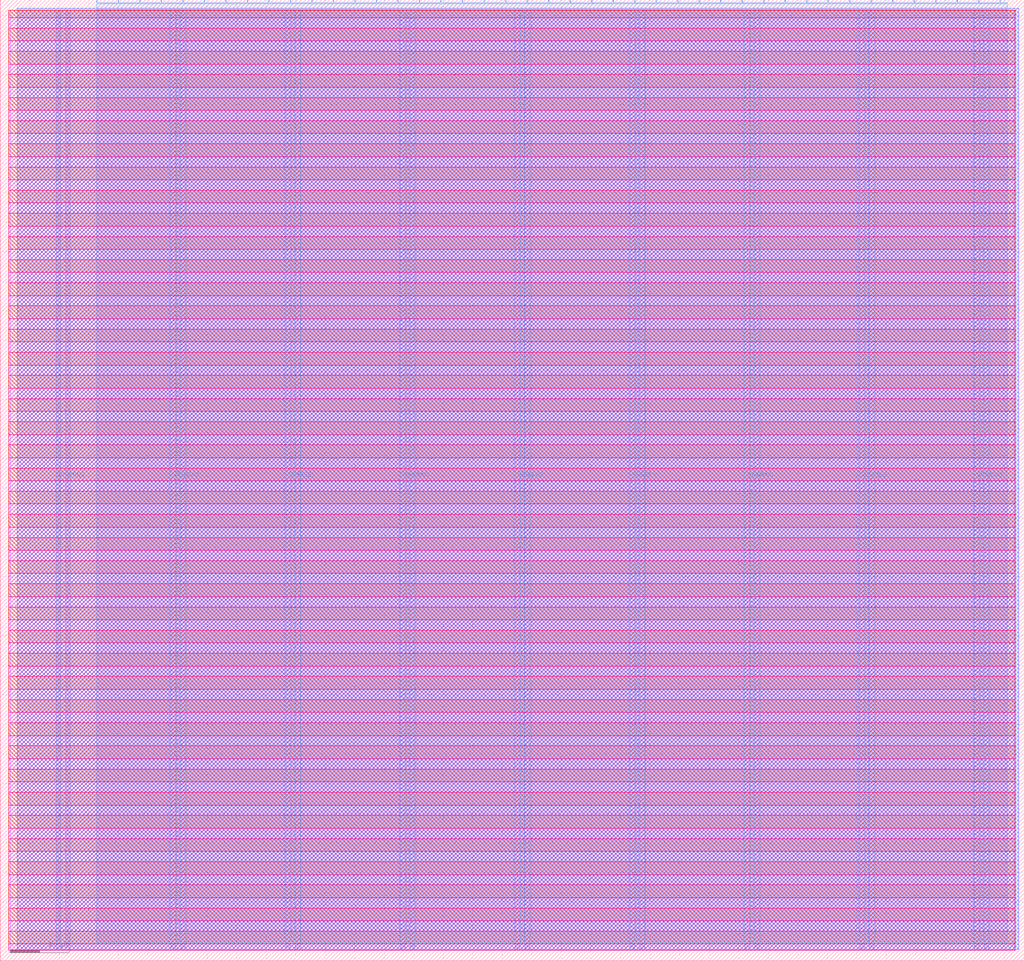
<source format=lef>
VERSION 5.7 ;
  NOWIREEXTENSIONATPIN ON ;
  DIVIDERCHAR "/" ;
  BUSBITCHARS "[]" ;
MACRO tt_um_a1k0n_nyancat
  CLASS BLOCK ;
  FOREIGN tt_um_a1k0n_nyancat ;
  ORIGIN 0.000 0.000 ;
  SIZE 346.640 BY 325.360 ;
  PIN VGND
    DIRECTION INOUT ;
    USE GROUND ;
    PORT
      LAYER Metal4 ;
        RECT 22.180 3.620 23.780 321.740 ;
    END
    PORT
      LAYER Metal4 ;
        RECT 61.050 3.620 62.650 321.740 ;
    END
    PORT
      LAYER Metal4 ;
        RECT 99.920 3.620 101.520 321.740 ;
    END
    PORT
      LAYER Metal4 ;
        RECT 138.790 3.620 140.390 321.740 ;
    END
    PORT
      LAYER Metal4 ;
        RECT 177.660 3.620 179.260 321.740 ;
    END
    PORT
      LAYER Metal4 ;
        RECT 216.530 3.620 218.130 321.740 ;
    END
    PORT
      LAYER Metal4 ;
        RECT 255.400 3.620 257.000 321.740 ;
    END
    PORT
      LAYER Metal4 ;
        RECT 294.270 3.620 295.870 321.740 ;
    END
    PORT
      LAYER Metal4 ;
        RECT 333.140 3.620 334.740 321.740 ;
    END
  END VGND
  PIN VPWR
    DIRECTION INOUT ;
    USE POWER ;
    PORT
      LAYER Metal4 ;
        RECT 18.880 3.620 20.480 321.740 ;
    END
    PORT
      LAYER Metal4 ;
        RECT 57.750 3.620 59.350 321.740 ;
    END
    PORT
      LAYER Metal4 ;
        RECT 96.620 3.620 98.220 321.740 ;
    END
    PORT
      LAYER Metal4 ;
        RECT 135.490 3.620 137.090 321.740 ;
    END
    PORT
      LAYER Metal4 ;
        RECT 174.360 3.620 175.960 321.740 ;
    END
    PORT
      LAYER Metal4 ;
        RECT 213.230 3.620 214.830 321.740 ;
    END
    PORT
      LAYER Metal4 ;
        RECT 252.100 3.620 253.700 321.740 ;
    END
    PORT
      LAYER Metal4 ;
        RECT 290.970 3.620 292.570 321.740 ;
    END
    PORT
      LAYER Metal4 ;
        RECT 329.840 3.620 331.440 321.740 ;
    END
  END VPWR
  PIN clk
    DIRECTION INPUT ;
    USE SIGNAL ;
    ANTENNAGATEAREA 4.738000 ;
    PORT
      LAYER Metal4 ;
        RECT 331.090 324.360 331.390 325.360 ;
    END
  END clk
  PIN ena
    DIRECTION INPUT ;
    USE SIGNAL ;
    PORT
      LAYER Metal4 ;
        RECT 338.370 324.360 338.670 325.360 ;
    END
  END ena
  PIN rst_n
    DIRECTION INPUT ;
    USE SIGNAL ;
    ANTENNAGATEAREA 1.102000 ;
    PORT
      LAYER Metal4 ;
        RECT 323.810 324.360 324.110 325.360 ;
    END
  END rst_n
  PIN ui_in[0]
    DIRECTION INPUT ;
    USE SIGNAL ;
    PORT
      LAYER Metal4 ;
        RECT 316.530 324.360 316.830 325.360 ;
    END
  END ui_in[0]
  PIN ui_in[1]
    DIRECTION INPUT ;
    USE SIGNAL ;
    PORT
      LAYER Metal4 ;
        RECT 309.250 324.360 309.550 325.360 ;
    END
  END ui_in[1]
  PIN ui_in[2]
    DIRECTION INPUT ;
    USE SIGNAL ;
    PORT
      LAYER Metal4 ;
        RECT 301.970 324.360 302.270 325.360 ;
    END
  END ui_in[2]
  PIN ui_in[3]
    DIRECTION INPUT ;
    USE SIGNAL ;
    PORT
      LAYER Metal4 ;
        RECT 294.690 324.360 294.990 325.360 ;
    END
  END ui_in[3]
  PIN ui_in[4]
    DIRECTION INPUT ;
    USE SIGNAL ;
    PORT
      LAYER Metal4 ;
        RECT 287.410 324.360 287.710 325.360 ;
    END
  END ui_in[4]
  PIN ui_in[5]
    DIRECTION INPUT ;
    USE SIGNAL ;
    PORT
      LAYER Metal4 ;
        RECT 280.130 324.360 280.430 325.360 ;
    END
  END ui_in[5]
  PIN ui_in[6]
    DIRECTION INPUT ;
    USE SIGNAL ;
    PORT
      LAYER Metal4 ;
        RECT 272.850 324.360 273.150 325.360 ;
    END
  END ui_in[6]
  PIN ui_in[7]
    DIRECTION INPUT ;
    USE SIGNAL ;
    PORT
      LAYER Metal4 ;
        RECT 265.570 324.360 265.870 325.360 ;
    END
  END ui_in[7]
  PIN uio_in[0]
    DIRECTION INPUT ;
    USE SIGNAL ;
    PORT
      LAYER Metal4 ;
        RECT 258.290 324.360 258.590 325.360 ;
    END
  END uio_in[0]
  PIN uio_in[1]
    DIRECTION INPUT ;
    USE SIGNAL ;
    PORT
      LAYER Metal4 ;
        RECT 251.010 324.360 251.310 325.360 ;
    END
  END uio_in[1]
  PIN uio_in[2]
    DIRECTION INPUT ;
    USE SIGNAL ;
    PORT
      LAYER Metal4 ;
        RECT 243.730 324.360 244.030 325.360 ;
    END
  END uio_in[2]
  PIN uio_in[3]
    DIRECTION INPUT ;
    USE SIGNAL ;
    PORT
      LAYER Metal4 ;
        RECT 236.450 324.360 236.750 325.360 ;
    END
  END uio_in[3]
  PIN uio_in[4]
    DIRECTION INPUT ;
    USE SIGNAL ;
    PORT
      LAYER Metal4 ;
        RECT 229.170 324.360 229.470 325.360 ;
    END
  END uio_in[4]
  PIN uio_in[5]
    DIRECTION INPUT ;
    USE SIGNAL ;
    PORT
      LAYER Metal4 ;
        RECT 221.890 324.360 222.190 325.360 ;
    END
  END uio_in[5]
  PIN uio_in[6]
    DIRECTION INPUT ;
    USE SIGNAL ;
    PORT
      LAYER Metal4 ;
        RECT 214.610 324.360 214.910 325.360 ;
    END
  END uio_in[6]
  PIN uio_in[7]
    DIRECTION INPUT ;
    USE SIGNAL ;
    PORT
      LAYER Metal4 ;
        RECT 207.330 324.360 207.630 325.360 ;
    END
  END uio_in[7]
  PIN uio_oe[0]
    DIRECTION OUTPUT ;
    USE SIGNAL ;
    ANTENNADIFFAREA 0.360800 ;
    PORT
      LAYER Metal4 ;
        RECT 83.570 324.360 83.870 325.360 ;
    END
  END uio_oe[0]
  PIN uio_oe[1]
    DIRECTION OUTPUT ;
    USE SIGNAL ;
    ANTENNADIFFAREA 0.360800 ;
    PORT
      LAYER Metal4 ;
        RECT 76.290 324.360 76.590 325.360 ;
    END
  END uio_oe[1]
  PIN uio_oe[2]
    DIRECTION OUTPUT ;
    USE SIGNAL ;
    ANTENNADIFFAREA 0.360800 ;
    PORT
      LAYER Metal4 ;
        RECT 69.010 324.360 69.310 325.360 ;
    END
  END uio_oe[2]
  PIN uio_oe[3]
    DIRECTION OUTPUT ;
    USE SIGNAL ;
    ANTENNADIFFAREA 0.360800 ;
    PORT
      LAYER Metal4 ;
        RECT 61.730 324.360 62.030 325.360 ;
    END
  END uio_oe[3]
  PIN uio_oe[4]
    DIRECTION OUTPUT ;
    USE SIGNAL ;
    ANTENNADIFFAREA 0.360800 ;
    PORT
      LAYER Metal4 ;
        RECT 54.450 324.360 54.750 325.360 ;
    END
  END uio_oe[4]
  PIN uio_oe[5]
    DIRECTION OUTPUT ;
    USE SIGNAL ;
    ANTENNADIFFAREA 0.360800 ;
    PORT
      LAYER Metal4 ;
        RECT 47.170 324.360 47.470 325.360 ;
    END
  END uio_oe[5]
  PIN uio_oe[6]
    DIRECTION OUTPUT ;
    USE SIGNAL ;
    ANTENNADIFFAREA 0.360800 ;
    PORT
      LAYER Metal4 ;
        RECT 39.890 324.360 40.190 325.360 ;
    END
  END uio_oe[6]
  PIN uio_oe[7]
    DIRECTION OUTPUT ;
    USE SIGNAL ;
    ANTENNADIFFAREA 0.536800 ;
    PORT
      LAYER Metal4 ;
        RECT 32.610 324.360 32.910 325.360 ;
    END
  END uio_oe[7]
  PIN uio_out[0]
    DIRECTION OUTPUT ;
    USE SIGNAL ;
    ANTENNADIFFAREA 0.360800 ;
    PORT
      LAYER Metal4 ;
        RECT 141.810 324.360 142.110 325.360 ;
    END
  END uio_out[0]
  PIN uio_out[1]
    DIRECTION OUTPUT ;
    USE SIGNAL ;
    ANTENNADIFFAREA 0.360800 ;
    PORT
      LAYER Metal4 ;
        RECT 134.530 324.360 134.830 325.360 ;
    END
  END uio_out[1]
  PIN uio_out[2]
    DIRECTION OUTPUT ;
    USE SIGNAL ;
    ANTENNADIFFAREA 0.360800 ;
    PORT
      LAYER Metal4 ;
        RECT 127.250 324.360 127.550 325.360 ;
    END
  END uio_out[2]
  PIN uio_out[3]
    DIRECTION OUTPUT ;
    USE SIGNAL ;
    ANTENNADIFFAREA 0.360800 ;
    PORT
      LAYER Metal4 ;
        RECT 119.970 324.360 120.270 325.360 ;
    END
  END uio_out[3]
  PIN uio_out[4]
    DIRECTION OUTPUT ;
    USE SIGNAL ;
    ANTENNADIFFAREA 0.360800 ;
    PORT
      LAYER Metal4 ;
        RECT 112.690 324.360 112.990 325.360 ;
    END
  END uio_out[4]
  PIN uio_out[5]
    DIRECTION OUTPUT ;
    USE SIGNAL ;
    ANTENNADIFFAREA 0.360800 ;
    PORT
      LAYER Metal4 ;
        RECT 105.410 324.360 105.710 325.360 ;
    END
  END uio_out[5]
  PIN uio_out[6]
    DIRECTION OUTPUT ;
    USE SIGNAL ;
    ANTENNADIFFAREA 0.360800 ;
    PORT
      LAYER Metal4 ;
        RECT 98.130 324.360 98.430 325.360 ;
    END
  END uio_out[6]
  PIN uio_out[7]
    DIRECTION OUTPUT ;
    USE SIGNAL ;
    ANTENNADIFFAREA 2.080400 ;
    PORT
      LAYER Metal4 ;
        RECT 90.850 324.360 91.150 325.360 ;
    END
  END uio_out[7]
  PIN uo_out[0]
    DIRECTION OUTPUT ;
    USE SIGNAL ;
    ANTENNADIFFAREA 1.055600 ;
    PORT
      LAYER Metal4 ;
        RECT 200.050 324.360 200.350 325.360 ;
    END
  END uo_out[0]
  PIN uo_out[1]
    DIRECTION OUTPUT ;
    USE SIGNAL ;
    ANTENNADIFFAREA 1.055600 ;
    PORT
      LAYER Metal4 ;
        RECT 192.770 324.360 193.070 325.360 ;
    END
  END uo_out[1]
  PIN uo_out[2]
    DIRECTION OUTPUT ;
    USE SIGNAL ;
    ANTENNADIFFAREA 1.055600 ;
    PORT
      LAYER Metal4 ;
        RECT 185.490 324.360 185.790 325.360 ;
    END
  END uo_out[2]
  PIN uo_out[3]
    DIRECTION OUTPUT ;
    USE SIGNAL ;
    ANTENNADIFFAREA 1.986000 ;
    PORT
      LAYER Metal4 ;
        RECT 178.210 324.360 178.510 325.360 ;
    END
  END uo_out[3]
  PIN uo_out[4]
    DIRECTION OUTPUT ;
    USE SIGNAL ;
    ANTENNADIFFAREA 1.055600 ;
    PORT
      LAYER Metal4 ;
        RECT 170.930 324.360 171.230 325.360 ;
    END
  END uo_out[4]
  PIN uo_out[5]
    DIRECTION OUTPUT ;
    USE SIGNAL ;
    ANTENNADIFFAREA 1.055600 ;
    PORT
      LAYER Metal4 ;
        RECT 163.650 324.360 163.950 325.360 ;
    END
  END uo_out[5]
  PIN uo_out[6]
    DIRECTION OUTPUT ;
    USE SIGNAL ;
    ANTENNADIFFAREA 1.055600 ;
    PORT
      LAYER Metal4 ;
        RECT 156.370 324.360 156.670 325.360 ;
    END
  END uo_out[6]
  PIN uo_out[7]
    DIRECTION OUTPUT ;
    USE SIGNAL ;
    ANTENNADIFFAREA 2.080400 ;
    PORT
      LAYER Metal4 ;
        RECT 149.090 324.360 149.390 325.360 ;
    END
  END uo_out[7]
  OBS
      LAYER Nwell ;
        RECT 2.930 319.280 343.710 321.870 ;
      LAYER Pwell ;
        RECT 2.930 315.760 343.710 319.280 ;
      LAYER Nwell ;
        RECT 2.930 311.440 343.710 315.760 ;
      LAYER Pwell ;
        RECT 2.930 307.920 343.710 311.440 ;
      LAYER Nwell ;
        RECT 2.930 303.600 343.710 307.920 ;
      LAYER Pwell ;
        RECT 2.930 300.080 343.710 303.600 ;
      LAYER Nwell ;
        RECT 2.930 295.760 343.710 300.080 ;
      LAYER Pwell ;
        RECT 2.930 292.240 343.710 295.760 ;
      LAYER Nwell ;
        RECT 2.930 287.920 343.710 292.240 ;
      LAYER Pwell ;
        RECT 2.930 284.400 343.710 287.920 ;
      LAYER Nwell ;
        RECT 2.930 280.080 343.710 284.400 ;
      LAYER Pwell ;
        RECT 2.930 276.560 343.710 280.080 ;
      LAYER Nwell ;
        RECT 2.930 272.240 343.710 276.560 ;
      LAYER Pwell ;
        RECT 2.930 268.720 343.710 272.240 ;
      LAYER Nwell ;
        RECT 2.930 264.400 343.710 268.720 ;
      LAYER Pwell ;
        RECT 2.930 260.880 343.710 264.400 ;
      LAYER Nwell ;
        RECT 2.930 256.560 343.710 260.880 ;
      LAYER Pwell ;
        RECT 2.930 253.040 343.710 256.560 ;
      LAYER Nwell ;
        RECT 2.930 248.720 343.710 253.040 ;
      LAYER Pwell ;
        RECT 2.930 245.200 343.710 248.720 ;
      LAYER Nwell ;
        RECT 2.930 240.880 343.710 245.200 ;
      LAYER Pwell ;
        RECT 2.930 237.360 343.710 240.880 ;
      LAYER Nwell ;
        RECT 2.930 233.040 343.710 237.360 ;
      LAYER Pwell ;
        RECT 2.930 229.520 343.710 233.040 ;
      LAYER Nwell ;
        RECT 2.930 225.200 343.710 229.520 ;
      LAYER Pwell ;
        RECT 2.930 221.680 343.710 225.200 ;
      LAYER Nwell ;
        RECT 2.930 217.360 343.710 221.680 ;
      LAYER Pwell ;
        RECT 2.930 213.840 343.710 217.360 ;
      LAYER Nwell ;
        RECT 2.930 209.520 343.710 213.840 ;
      LAYER Pwell ;
        RECT 2.930 206.000 343.710 209.520 ;
      LAYER Nwell ;
        RECT 2.930 201.680 343.710 206.000 ;
      LAYER Pwell ;
        RECT 2.930 198.160 343.710 201.680 ;
      LAYER Nwell ;
        RECT 2.930 193.840 343.710 198.160 ;
      LAYER Pwell ;
        RECT 2.930 190.320 343.710 193.840 ;
      LAYER Nwell ;
        RECT 2.930 186.000 343.710 190.320 ;
      LAYER Pwell ;
        RECT 2.930 182.480 343.710 186.000 ;
      LAYER Nwell ;
        RECT 2.930 178.160 343.710 182.480 ;
      LAYER Pwell ;
        RECT 2.930 174.640 343.710 178.160 ;
      LAYER Nwell ;
        RECT 2.930 170.320 343.710 174.640 ;
      LAYER Pwell ;
        RECT 2.930 166.800 343.710 170.320 ;
      LAYER Nwell ;
        RECT 2.930 162.480 343.710 166.800 ;
      LAYER Pwell ;
        RECT 2.930 158.960 343.710 162.480 ;
      LAYER Nwell ;
        RECT 2.930 154.640 343.710 158.960 ;
      LAYER Pwell ;
        RECT 2.930 151.120 343.710 154.640 ;
      LAYER Nwell ;
        RECT 2.930 146.800 343.710 151.120 ;
      LAYER Pwell ;
        RECT 2.930 143.280 343.710 146.800 ;
      LAYER Nwell ;
        RECT 2.930 138.960 343.710 143.280 ;
      LAYER Pwell ;
        RECT 2.930 135.440 343.710 138.960 ;
      LAYER Nwell ;
        RECT 2.930 131.120 343.710 135.440 ;
      LAYER Pwell ;
        RECT 2.930 127.600 343.710 131.120 ;
      LAYER Nwell ;
        RECT 2.930 123.280 343.710 127.600 ;
      LAYER Pwell ;
        RECT 2.930 119.760 343.710 123.280 ;
      LAYER Nwell ;
        RECT 2.930 115.440 343.710 119.760 ;
      LAYER Pwell ;
        RECT 2.930 111.920 343.710 115.440 ;
      LAYER Nwell ;
        RECT 2.930 107.600 343.710 111.920 ;
      LAYER Pwell ;
        RECT 2.930 104.080 343.710 107.600 ;
      LAYER Nwell ;
        RECT 2.930 99.760 343.710 104.080 ;
      LAYER Pwell ;
        RECT 2.930 96.240 343.710 99.760 ;
      LAYER Nwell ;
        RECT 2.930 91.920 343.710 96.240 ;
      LAYER Pwell ;
        RECT 2.930 88.400 343.710 91.920 ;
      LAYER Nwell ;
        RECT 2.930 84.080 343.710 88.400 ;
      LAYER Pwell ;
        RECT 2.930 80.560 343.710 84.080 ;
      LAYER Nwell ;
        RECT 2.930 76.240 343.710 80.560 ;
      LAYER Pwell ;
        RECT 2.930 72.720 343.710 76.240 ;
      LAYER Nwell ;
        RECT 2.930 68.400 343.710 72.720 ;
      LAYER Pwell ;
        RECT 2.930 64.880 343.710 68.400 ;
      LAYER Nwell ;
        RECT 2.930 60.560 343.710 64.880 ;
      LAYER Pwell ;
        RECT 2.930 57.040 343.710 60.560 ;
      LAYER Nwell ;
        RECT 2.930 52.720 343.710 57.040 ;
      LAYER Pwell ;
        RECT 2.930 49.200 343.710 52.720 ;
      LAYER Nwell ;
        RECT 2.930 44.880 343.710 49.200 ;
      LAYER Pwell ;
        RECT 2.930 41.360 343.710 44.880 ;
      LAYER Nwell ;
        RECT 2.930 37.040 343.710 41.360 ;
      LAYER Pwell ;
        RECT 2.930 33.520 343.710 37.040 ;
      LAYER Nwell ;
        RECT 2.930 29.200 343.710 33.520 ;
      LAYER Pwell ;
        RECT 2.930 25.680 343.710 29.200 ;
      LAYER Nwell ;
        RECT 2.930 21.360 343.710 25.680 ;
      LAYER Pwell ;
        RECT 2.930 17.840 343.710 21.360 ;
      LAYER Nwell ;
        RECT 2.930 13.520 343.710 17.840 ;
      LAYER Pwell ;
        RECT 2.930 10.000 343.710 13.520 ;
      LAYER Nwell ;
        RECT 2.930 5.680 343.710 10.000 ;
      LAYER Pwell ;
        RECT 2.930 3.490 343.710 5.680 ;
      LAYER Metal1 ;
        RECT 3.360 3.620 343.280 321.740 ;
      LAYER Metal2 ;
        RECT 5.740 3.730 344.820 322.470 ;
      LAYER Metal3 ;
        RECT 5.690 3.780 344.870 322.420 ;
      LAYER Metal4 ;
        RECT 33.210 324.060 39.590 324.360 ;
        RECT 40.490 324.060 46.870 324.360 ;
        RECT 47.770 324.060 54.150 324.360 ;
        RECT 55.050 324.060 61.430 324.360 ;
        RECT 62.330 324.060 68.710 324.360 ;
        RECT 69.610 324.060 75.990 324.360 ;
        RECT 76.890 324.060 83.270 324.360 ;
        RECT 84.170 324.060 90.550 324.360 ;
        RECT 91.450 324.060 97.830 324.360 ;
        RECT 98.730 324.060 105.110 324.360 ;
        RECT 106.010 324.060 112.390 324.360 ;
        RECT 113.290 324.060 119.670 324.360 ;
        RECT 120.570 324.060 126.950 324.360 ;
        RECT 127.850 324.060 134.230 324.360 ;
        RECT 135.130 324.060 141.510 324.360 ;
        RECT 142.410 324.060 148.790 324.360 ;
        RECT 149.690 324.060 156.070 324.360 ;
        RECT 156.970 324.060 163.350 324.360 ;
        RECT 164.250 324.060 170.630 324.360 ;
        RECT 171.530 324.060 177.910 324.360 ;
        RECT 178.810 324.060 185.190 324.360 ;
        RECT 186.090 324.060 192.470 324.360 ;
        RECT 193.370 324.060 199.750 324.360 ;
        RECT 200.650 324.060 207.030 324.360 ;
        RECT 207.930 324.060 214.310 324.360 ;
        RECT 215.210 324.060 221.590 324.360 ;
        RECT 222.490 324.060 228.870 324.360 ;
        RECT 229.770 324.060 236.150 324.360 ;
        RECT 237.050 324.060 243.430 324.360 ;
        RECT 244.330 324.060 250.710 324.360 ;
        RECT 251.610 324.060 257.990 324.360 ;
        RECT 258.890 324.060 265.270 324.360 ;
        RECT 266.170 324.060 272.550 324.360 ;
        RECT 273.450 324.060 279.830 324.360 ;
        RECT 280.730 324.060 287.110 324.360 ;
        RECT 288.010 324.060 294.390 324.360 ;
        RECT 295.290 324.060 301.670 324.360 ;
        RECT 302.570 324.060 308.950 324.360 ;
        RECT 309.850 324.060 316.230 324.360 ;
        RECT 317.130 324.060 323.510 324.360 ;
        RECT 324.410 324.060 330.790 324.360 ;
        RECT 331.690 324.060 338.070 324.360 ;
        RECT 338.970 324.060 340.900 324.360 ;
        RECT 32.620 322.040 340.900 324.060 ;
        RECT 32.620 6.250 57.450 322.040 ;
        RECT 59.650 6.250 60.750 322.040 ;
        RECT 62.950 6.250 96.320 322.040 ;
        RECT 98.520 6.250 99.620 322.040 ;
        RECT 101.820 6.250 135.190 322.040 ;
        RECT 137.390 6.250 138.490 322.040 ;
        RECT 140.690 6.250 174.060 322.040 ;
        RECT 176.260 6.250 177.360 322.040 ;
        RECT 179.560 6.250 212.930 322.040 ;
        RECT 215.130 6.250 216.230 322.040 ;
        RECT 218.430 6.250 251.800 322.040 ;
        RECT 254.000 6.250 255.100 322.040 ;
        RECT 257.300 6.250 290.670 322.040 ;
        RECT 292.870 6.250 293.970 322.040 ;
        RECT 296.170 6.250 329.540 322.040 ;
        RECT 331.740 6.250 332.840 322.040 ;
        RECT 335.040 6.250 340.900 322.040 ;
  END
END tt_um_a1k0n_nyancat
END LIBRARY


</source>
